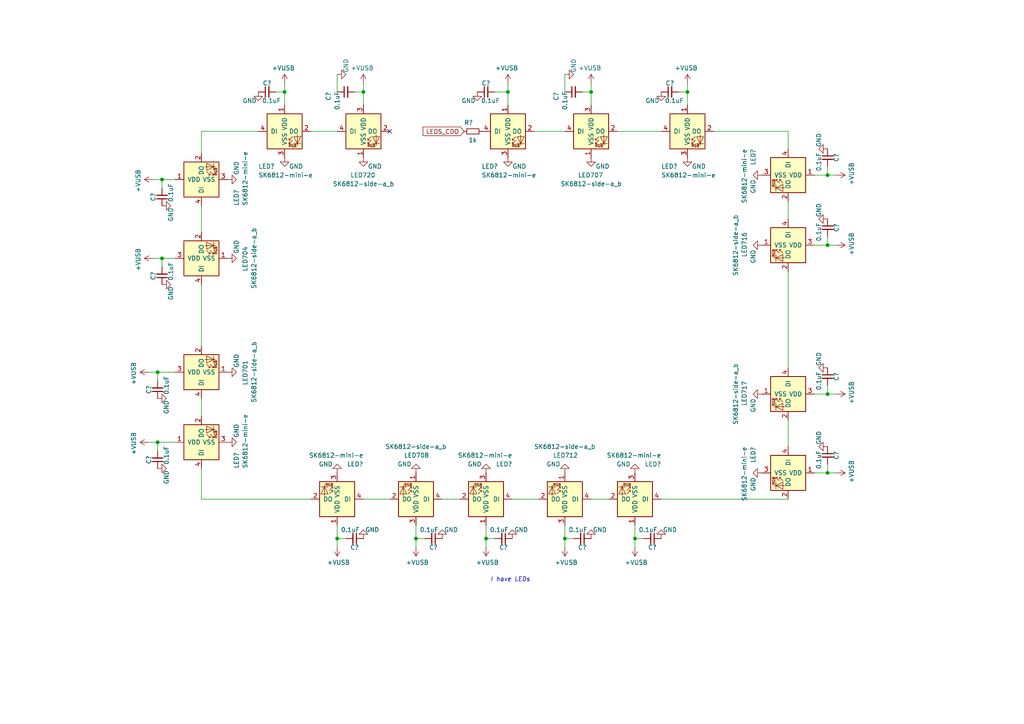
<source format=kicad_sch>
(kicad_sch (version 20250114) (generator "eeschema") (generator_version "9.0")
  (paper "A4")
  (lib_symbols
    (symbol "Device:C_Small" (pin_numbers (hide yes)) (pin_names (offset 0.254) (hide yes))
      (property "Reference" "C" (at 0.254 1.778 0))
      (property "Value" "C_Small" (at 0.254 -2.032 0))
      (symbol "C_Small_0_1"
        (polyline (pts (xy -1.524 0.508) (xy 1.524 0.508)) (stroke (width 0.3048)))
        (polyline (pts (xy -1.524 -0.508) (xy 1.524 -0.508)) (stroke (width 0.3302)))
      )
      (symbol "C_Small_1_1"
        (pin passive line (at 0 2.54 270) (length 2.032) (name "~") (number "1"))
        (pin passive line (at 0 -2.54 90) (length 2.032) (name "~") (number "2"))
      )
    )
    (symbol "Device:R_Small" (pin_numbers (hide yes)) (pin_names (offset 0.254) (hide yes))
      (property "Reference" "R" (at 0.762 0.508 0))
      (property "Value" "R_Small" (at 0.762 -1.016 0))
      (symbol "R_Small_0_1"
        (rectangle (start -0.762 1.778) (end 0.762 -1.778) (stroke (width 0.2032)))
      )
      (symbol "R_Small_1_1"
        (pin passive line (at 0 2.54 270) (length 0.762) (name "~") (number "1"))
        (pin passive line (at 0 -2.54 90) (length 0.762) (name "~") (number "2"))
      )
    )
    (symbol "dp-LED:SK6812-mini-e" (pin_names (offset 1.016))
      (property "Reference" "LED" (at 11.43 -5.08 0))
      (property "Value" "SK6812-mini-e" (at 11.43 -7.62 0))
      (symbol "SK6812-mini-e_1_1"
        (polyline (pts (xy 1.27 -2.54) (xy 1.778 -2.54)))
        (polyline (pts (xy 1.27 -3.556) (xy 1.778 -3.556)))
        (polyline (pts (xy 2.286 -1.524) (xy 1.27 -2.54) (xy 1.27 -2.032)))
        (polyline (pts (xy 2.286 -2.54) (xy 1.27 -3.556) (xy 1.27 -3.048)))
        (polyline (pts (xy 3.683 -1.016) (xy 3.683 -3.556) (xy 3.683 -4.064)))
        (polyline (pts (xy 4.699 -1.524) (xy 2.667 -1.524) (xy 3.683 -3.556) (xy 4.699 -1.524)))
        (polyline (pts (xy 4.699 -3.556) (xy 2.667 -3.556)))
        (rectangle (start 5.08 5.08) (end -5.08 -5.08) (stroke (width 0.254)) (fill (type background)))
        (text "RGB" (at 2.286 -4.191 0) (effects (font (size 0.762 0.762))))
        (pin input line (at -7.62 0 0) (length 2.54) (name "DI") (number "4"))
        (pin power_in line (at 0 7.62 270) (length 2.54) (name "VDD") (number "1"))
        (pin power_in line (at 0 -7.62 90) (length 2.54) (name "VSS") (number "3"))
        (pin output line (at 7.62 0 180) (length 2.54) (name "DO") (number "2"))
      )
    )
    (symbol "dp-LED:SK6812-side-a_b" (pin_names (offset 1.016))
      (property "Reference" "LED" (at 12.7 -5.08 0))
      (property "Value" "SK6812-side-a_b" (at 12.7 -7.62 0))
      (symbol "SK6812-side-a_b_1_1"
        (polyline (pts (xy 1.27 -2.54) (xy 1.778 -2.54)))
        (polyline (pts (xy 1.27 -3.556) (xy 1.778 -3.556)))
        (polyline (pts (xy 2.286 -1.524) (xy 1.27 -2.54) (xy 1.27 -2.032)))
        (polyline (pts (xy 2.286 -2.54) (xy 1.27 -3.556) (xy 1.27 -3.048)))
        (polyline (pts (xy 3.683 -1.016) (xy 3.683 -3.556) (xy 3.683 -4.064)))
        (polyline (pts (xy 4.699 -1.524) (xy 2.667 -1.524) (xy 3.683 -3.556) (xy 4.699 -1.524)))
        (polyline (pts (xy 4.699 -3.556) (xy 2.667 -3.556)))
        (rectangle (start 5.08 5.08) (end -5.08 -5.08) (stroke (width 0.254)) (fill (type background)))
        (text "RGB" (at 2.286 -4.191 0) (effects (font (size 0.762 0.762))))
        (pin input line (at -7.62 0 0) (length 2.54) (name "DI") (number "4"))
        (pin power_in line (at 0 7.62 270) (length 2.54) (name "VDD") (number "3"))
        (pin power_in line (at 0 -7.62 90) (length 2.54) (name "VSS") (number "1"))
        (pin output line (at 7.62 0 180) (length 2.54) (name "DO") (number "2"))
      )
    )
    (symbol "dp-power:+VUSB" (power) (pin_names (offset 1.016))
      (property "Value" "+VUSB" (at 0 5.08 0))
      (symbol "+VUSB_0_1"
        (polyline (pts (xy 0 2.54) (xy -0.762 1.27)))
        (polyline (pts (xy 0 2.54) (xy 0.762 1.27)))
        (polyline (pts (xy 0 0) (xy 0 2.54)))
      )
      (symbol "+VUSB_1_1"
        (pin power_in line (at 0 0 90) (length 0) (hide yes) (name "+VUSB") (number "1"))
      )
    )
    (symbol "power:GND" (power) (pin_names (offset 0))
      (property "Value" "GND" (at 0 -3.81 0))
      (symbol "GND_0_1"
        (polyline (pts (xy 0 0) (xy 0 -1.27) (xy 1.27 -1.27) (xy 0 -2.54) (xy -1.27 -1.27) (xy 0 -1.27)))
      )
      (symbol "GND_1_1"
        (pin power_in line (at 0 0 270) (length 0) (hide yes) (name "GND") (number "1"))
      )
    )
  )
  (text "I have LEDs" (at 142.24 168.91 0) (effects (font (size 1.27 1.27) (italic yes)) (justify left bottom)))
  (junction (at 199.39 26.67))
  (junction (at 140.97 156.21))
  (junction (at 171.45 26.67))
  (junction (at 147.32 26.67))
  (junction (at 240.03 137.16))
  (junction (at 105.41 26.67))
  (junction (at 184.15 156.21))
  (junction (at 82.55 26.67))
  (junction (at 240.03 114.3))
  (junction (at 45.72 107.95))
  (junction (at 46.99 74.93))
  (junction (at 46.99 52.07))
  (junction (at 97.79 156.21))
  (junction (at 240.03 50.8))
  (junction (at 120.65 156.21))
  (junction (at 163.83 156.21))
  (junction (at 45.72 128.27))
  (junction (at 240.03 71.12))
  (no_connect (at 113.03 38.1))
  (wire (pts (xy 240.03 48.26) (xy 240.03 50.8)))
  (wire (pts (xy 228.6 129.54) (xy 228.6 121.92)))
  (wire (pts (xy 240.03 71.12) (xy 236.22 71.12)))
  (wire (pts (xy 148.59 144.78) (xy 156.21 144.78)))
  (wire (pts (xy 196.85 26.67) (xy 199.39 26.67)))
  (wire (pts (xy 240.03 111.76) (xy 240.03 114.3)))
  (wire (pts (xy 58.42 82.55) (xy 58.42 100.33)))
  (wire (pts (xy 199.39 24.13) (xy 199.39 26.67)))
  (wire (pts (xy 179.07 38.1) (xy 191.77 38.1)))
  (wire (pts (xy 58.42 44.45) (xy 58.42 38.1)))
  (wire (pts (xy 140.97 156.21) (xy 140.97 152.4)))
  (wire (pts (xy 46.99 77.47) (xy 46.99 74.93)))
  (wire (pts (xy 163.83 156.21) (xy 163.83 152.4)))
  (wire (pts (xy 184.15 158.75) (xy 184.15 156.21)))
  (wire (pts (xy 154.94 38.1) (xy 163.83 38.1)))
  (wire (pts (xy 45.72 110.49) (xy 45.72 107.95)))
  (wire (pts (xy 228.6 58.42) (xy 228.6 63.5)))
  (wire (pts (xy 45.72 107.95) (xy 50.8 107.95)))
  (wire (pts (xy 143.51 156.21) (xy 140.97 156.21)))
  (wire (pts (xy 228.6 78.74) (xy 228.6 106.68)))
  (wire (pts (xy 147.32 26.67) (xy 147.32 30.48)))
  (wire (pts (xy 133.35 144.78) (xy 128.27 144.78)))
  (wire (pts (xy 105.41 24.13) (xy 105.41 26.67)))
  (wire (pts (xy 58.42 59.69) (xy 58.42 67.31)))
  (wire (pts (xy 43.18 107.95) (xy 45.72 107.95)))
  (wire (pts (xy 140.97 158.75) (xy 140.97 156.21)))
  (wire (pts (xy 46.99 52.07) (xy 50.8 52.07)))
  (wire (pts (xy 123.19 156.21) (xy 120.65 156.21)))
  (wire (pts (xy 97.79 156.21) (xy 97.79 152.4)))
  (wire (pts (xy 97.79 158.75) (xy 97.79 156.21)))
  (wire (pts (xy 45.72 130.81) (xy 45.72 128.27)))
  (wire (pts (xy 120.65 156.21) (xy 120.65 152.4)))
  (wire (pts (xy 97.79 26.67) (xy 97.79 21.59)))
  (wire (pts (xy 80.01 26.67) (xy 82.55 26.67)))
  (wire (pts (xy 147.32 24.13) (xy 147.32 26.67)))
  (wire (pts (xy 168.91 26.67) (xy 171.45 26.67)))
  (wire (pts (xy 242.57 114.3) (xy 240.03 114.3)))
  (wire (pts (xy 186.69 156.21) (xy 184.15 156.21)))
  (wire (pts (xy 105.41 26.67) (xy 105.41 30.48)))
  (wire (pts (xy 58.42 135.89) (xy 58.42 144.78)))
  (wire (pts (xy 120.65 158.75) (xy 120.65 156.21)))
  (wire (pts (xy 242.57 71.12) (xy 240.03 71.12)))
  (wire (pts (xy 44.45 52.07) (xy 46.99 52.07)))
  (wire (pts (xy 100.33 156.21) (xy 97.79 156.21)))
  (wire (pts (xy 228.6 43.18) (xy 228.6 38.1)))
  (wire (pts (xy 171.45 24.13) (xy 171.45 26.67)))
  (wire (pts (xy 102.87 26.67) (xy 105.41 26.67)))
  (wire (pts (xy 44.45 74.93) (xy 46.99 74.93)))
  (wire (pts (xy 240.03 68.58) (xy 240.03 71.12)))
  (wire (pts (xy 176.53 144.78) (xy 171.45 144.78)))
  (wire (pts (xy 82.55 24.13) (xy 82.55 26.67)))
  (wire (pts (xy 240.03 137.16) (xy 236.22 137.16)))
  (wire (pts (xy 184.15 156.21) (xy 184.15 152.4)))
  (wire (pts (xy 163.83 26.67) (xy 163.83 21.59)))
  (wire (pts (xy 46.99 54.61) (xy 46.99 52.07)))
  (wire (pts (xy 171.45 26.67) (xy 171.45 30.48)))
  (wire (pts (xy 90.17 144.78) (xy 58.42 144.78)))
  (wire (pts (xy 166.37 156.21) (xy 163.83 156.21)))
  (wire (pts (xy 199.39 26.67) (xy 199.39 30.48)))
  (wire (pts (xy 58.42 120.65) (xy 58.42 115.57)))
  (wire (pts (xy 43.18 128.27) (xy 45.72 128.27)))
  (wire (pts (xy 207.01 38.1) (xy 228.6 38.1)))
  (wire (pts (xy 46.99 74.93) (xy 50.8 74.93)))
  (wire (pts (xy 58.42 38.1) (xy 74.93 38.1)))
  (wire (pts (xy 242.57 137.16) (xy 240.03 137.16)))
  (wire (pts (xy 191.77 144.78) (xy 228.6 144.78)))
  (wire (pts (xy 45.72 128.27) (xy 50.8 128.27)))
  (wire (pts (xy 82.55 26.67) (xy 82.55 30.48)))
  (wire (pts (xy 105.41 144.78) (xy 113.03 144.78)))
  (wire (pts (xy 163.83 158.75) (xy 163.83 156.21)))
  (wire (pts (xy 143.51 26.67) (xy 147.32 26.67)))
  (wire (pts (xy 240.03 114.3) (xy 236.22 114.3)))
  (wire (pts (xy 90.17 38.1) (xy 97.79 38.1)))
  (wire (pts (xy 240.03 50.8) (xy 236.22 50.8)))
  (wire (pts (xy 242.57 50.8) (xy 240.03 50.8)))
  (wire (pts (xy 240.03 134.62) (xy 240.03 137.16)))
  (global_label "LEDS_CDO" (shape input) (at 134.62 38.1 180) (property "Intersheetrefs" "${INTERSHEET_REFS}" (effects (hide yes))))
  (symbol (lib_id "dp-power:+VUSB") (at 44.45 74.93 90) (unit 1)
    (property "Reference" "#PWR0704" (effects (hide yes)))
    (property "Value" "+VUSB" (at 40.0558 75.311 0))
    (instances (project "REV0" (path "" (reference "#PWR?") (unit 1)) (path "" (reference "#PWR0704") (unit 1))))
  )
  (symbol (lib_id "power:GND") (at 46.99 82.55 90) (unit 1)
    (property "Reference" "#PWR0708" (effects (hide yes)))
    (property "Value" "GND" (at 49.53 85.09 0))
    (instances (project "REV0" (path "" (reference "#PWR?") (unit 1)) (path "" (reference "#PWR0708") (unit 1))))
  )
  (symbol (lib_id "Device:C_Small") (at 46.99 80.01 180) (unit 1)
    (property "Reference" "C704" (at 44.45 80.01 90))
    (property "Value" "0.1uF" (at 49.53 78.74 90))
    (property "Footprint" "Capacitor_SMD:C_0402_1005Metric" (effects (hide yes)))
    (property "RMB" "0.00628" (effects (hide yes)))
    (property "Supplier" "https://item.szlcsc.com/1877.html" (effects (hide yes)))
    (property "szlcsc_partnumber" "C1525" (effects (hide yes)))
    (property "szlcsc_url" "https://item.szlcsc.com/1877.html?fromZone=s_s__%25220.1uF%25200402%2522&spm=sc.gb.xh2.zy.n&lcsc_vid=RlENUlJWE1QKBlBWRAVaUFNTT1leBQZXRFNcVAVQQVAxVlNSRFRfXlBUQ1ZeVzsOAxUeFF5JWAgaAglIBBsCBBcFWQIBCks%3D" (effects (hide yes)))
    (instances (project "REV0" (path "" (reference "C?") (unit 1)) (path "" (reference "C704") (unit 1))))
  )
  (symbol (lib_id "power:GND") (at 66.04 74.93 90) (unit 1)
    (property "Reference" "#PWR0712" (effects (hide yes)))
    (property "Value" "GND" (at 68.58 73.66 0) (effects (justify left)))
    (instances (project "REV0" (path "" (reference "#PWR?") (unit 1)) (path "" (reference "#PWR0712") (unit 1))))
  )
  (symbol (lib_id "dp-power:+VUSB") (at 44.45 52.07 90) (unit 1)
    (property "Reference" "#PWR0703" (effects (hide yes)))
    (property "Value" "+VUSB" (at 40.0558 52.451 0))
    (instances (project "REV0" (path "" (reference "#PWR?") (unit 1)) (path "" (reference "#PWR0703") (unit 1))))
  )
  (symbol (lib_id "power:GND") (at 46.99 59.69 90) (unit 1)
    (property "Reference" "#PWR0707" (effects (hide yes)))
    (property "Value" "GND" (at 49.53 62.23 0))
    (instances (project "REV0" (path "" (reference "#PWR?") (unit 1)) (path "" (reference "#PWR0707") (unit 1))))
  )
  (symbol (lib_id "Device:C_Small") (at 46.99 57.15 180) (unit 1)
    (property "Reference" "C703" (at 44.45 57.15 90))
    (property "Value" "0.1uF" (at 49.53 55.88 90))
    (property "Footprint" "Capacitor_SMD:C_0402_1005Metric" (effects (hide yes)))
    (property "RMB" "0.00628" (effects (hide yes)))
    (property "Supplier" "https://item.szlcsc.com/1877.html" (effects (hide yes)))
    (property "szlcsc_partnumber" "C1525" (effects (hide yes)))
    (property "szlcsc_url" "https://item.szlcsc.com/1877.html?fromZone=s_s__%25220.1uF%25200402%2522&spm=sc.gb.xh2.zy.n&lcsc_vid=RlENUlJWE1QKBlBWRAVaUFNTT1leBQZXRFNcVAVQQVAxVlNSRFRfXlBUQ1ZeVzsOAxUeFF5JWAgaAglIBBsCBBcFWQIBCks%3D" (effects (hide yes)))
    (instances (project "REV0" (path "" (reference "C?") (unit 1)) (path "" (reference "C703") (unit 1))))
  )
  (symbol (lib_id "power:GND") (at 66.04 52.07 90) (unit 1)
    (property "Reference" "#PWR0711" (effects (hide yes)))
    (property "Value" "GND" (at 68.58 50.8 0) (effects (justify left)))
    (instances (project "REV0" (path "" (reference "#PWR?") (unit 1)) (path "" (reference "#PWR0711") (unit 1))))
  )
  (symbol (lib_id "dp-LED:SK6812-mini-e") (at 58.42 52.07 90) (unit 1)
    (property "Reference" "LED703" (at 68.58 59.69 0) (effects (justify left)))
    (property "Value" "SK6812-mini-e" (at 71.12 59.69 0) (effects (justify left)))
    (property "Footprint" "dp-LED:SK6812-MINI-E" (effects (hide yes)))
    (property "RMB" "0.5296" (effects (hide yes)))
    (property "Supplier" "https://item.szlcsc.com/542109.html" (effects (hide yes)))
    (instances (project "REV0" (path "" (reference "LED?") (unit 1)) (path "" (reference "LED?") (unit 1)) (path "" (reference "LED703") (unit 1))))
  )
  (symbol (lib_id "dp-power:+VUSB") (at 82.55 24.13 0) (unit 1)
    (property "Reference" "#PWR0714" (effects (hide yes)))
    (property "Value" "+VUSB" (at 82.169 19.7358 0))
    (instances (project "REV0" (path "" (reference "#PWR?") (unit 1)) (path "" (reference "#PWR0714") (unit 1))))
  )
  (symbol (lib_id "power:GND") (at 74.93 26.67 0) (unit 1)
    (property "Reference" "#PWR0713" (effects (hide yes)))
    (property "Value" "GND" (at 72.39 29.21 0))
    (instances (project "REV0" (path "" (reference "#PWR?") (unit 1)) (path "" (reference "#PWR0713") (unit 1))))
  )
  (symbol (lib_id "power:GND") (at 82.55 45.72 0) (unit 1)
    (property "Reference" "#PWR0715" (effects (hide yes)))
    (property "Value" "GND" (at 83.82 48.26 0) (effects (justify left)))
    (instances (project "REV0" (path "" (reference "#PWR?") (unit 1)) (path "" (reference "#PWR0715") (unit 1))))
  )
  (symbol (lib_id "dp-LED:SK6812-mini-e") (at 82.55 38.1 0) (unit 1)
    (property "Reference" "LED705" (at 74.93 48.26 0) (effects (justify left)))
    (property "Value" "SK6812-mini-e" (at 74.93 50.8 0) (effects (justify left)))
    (property "Footprint" "dp-LED:SK6812-MINI-E" (effects (hide yes)))
    (property "RMB" "0.5296" (effects (hide yes)))
    (property "Supplier" "https://item.szlcsc.com/542109.html" (effects (hide yes)))
    (instances (project "REV0" (path "" (reference "LED?") (unit 1)) (path "" (reference "LED?") (unit 1)) (path "" (reference "LED705") (unit 1))))
  )
  (symbol (lib_id "Device:C_Small") (at 77.47 26.67 90) (unit 1)
    (property "Reference" "C705" (at 77.47 24.13 90))
    (property "Value" "0.1uF" (at 78.74 29.21 90))
    (property "Footprint" "Capacitor_SMD:C_0402_1005Metric" (effects (hide yes)))
    (property "RMB" "0.00628" (effects (hide yes)))
    (property "Supplier" "https://item.szlcsc.com/1877.html" (effects (hide yes)))
    (property "szlcsc_partnumber" "C1525" (effects (hide yes)))
    (property "szlcsc_url" "https://item.szlcsc.com/1877.html?fromZone=s_s__%25220.1uF%25200402%2522&spm=sc.gb.xh2.zy.n&lcsc_vid=RlENUlJWE1QKBlBWRAVaUFNTT1leBQZXRFNcVAVQQVAxVlNSRFRfXlBUQ1ZeVzsOAxUeFF5JWAgaAglIBBsCBBcFWQIBCks%3D" (effects (hide yes)))
    (instances (project "REV0" (path "" (reference "C?") (unit 1)) (path "" (reference "C705") (unit 1))))
  )
  (symbol (lib_id "dp-power:+VUSB") (at 199.39 24.13 0) (unit 1)
    (property "Reference" "#PWR0738" (effects (hide yes)))
    (property "Value" "+VUSB" (at 199.009 19.7358 0))
    (instances (project "REV0" (path "" (reference "#PWR?") (unit 1)) (path "" (reference "#PWR0738") (unit 1))))
  )
  (symbol (lib_id "power:GND") (at 191.77 26.67 0) (unit 1)
    (property "Reference" "#PWR0737" (effects (hide yes)))
    (property "Value" "GND" (at 189.23 29.21 0))
    (instances (project "REV0" (path "" (reference "#PWR?") (unit 1)) (path "" (reference "#PWR0737") (unit 1))))
  )
  (symbol (lib_id "power:GND") (at 199.39 45.72 0) (unit 1)
    (property "Reference" "#PWR0739" (effects (hide yes)))
    (property "Value" "GND" (at 200.66 48.26 0) (effects (justify left)))
    (instances (project "REV0" (path "" (reference "#PWR?") (unit 1)) (path "" (reference "#PWR0739") (unit 1))))
  )
  (symbol (lib_id "dp-LED:SK6812-mini-e") (at 199.39 38.1 0) (unit 1)
    (property "Reference" "LED713" (at 191.77 48.26 0) (effects (justify left)))
    (property "Value" "SK6812-mini-e" (at 191.77 50.8 0) (effects (justify left)))
    (property "Footprint" "dp-LED:SK6812-MINI-E" (effects (hide yes)))
    (property "RMB" "0.5296" (effects (hide yes)))
    (property "Supplier" "https://item.szlcsc.com/542109.html" (effects (hide yes)))
    (instances (project "REV0" (path "" (reference "LED?") (unit 1)) (path "" (reference "LED?") (unit 1)) (path "" (reference "LED713") (unit 1))))
  )
  (symbol (lib_id "Device:C_Small") (at 194.31 26.67 90) (unit 1)
    (property "Reference" "C713" (at 194.31 24.13 90))
    (property "Value" "0.1uF" (at 195.58 29.21 90))
    (property "Footprint" "Capacitor_SMD:C_0402_1005Metric" (effects (hide yes)))
    (property "RMB" "0.00628" (effects (hide yes)))
    (property "Supplier" "https://item.szlcsc.com/1877.html" (effects (hide yes)))
    (property "szlcsc_partnumber" "C1525" (effects (hide yes)))
    (property "szlcsc_url" "https://item.szlcsc.com/1877.html?fromZone=s_s__%25220.1uF%25200402%2522&spm=sc.gb.xh2.zy.n&lcsc_vid=RlENUlJWE1QKBlBWRAVaUFNTT1leBQZXRFNcVAVQQVAxVlNSRFRfXlBUQ1ZeVzsOAxUeFF5JWAgaAglIBBsCBBcFWQIBCks%3D" (effects (hide yes)))
    (instances (project "REV0" (path "" (reference "C?") (unit 1)) (path "" (reference "C713") (unit 1))))
  )
  (symbol (lib_id "dp-power:+VUSB") (at 242.57 71.12 270) (unit 1)
    (property "Reference" "#PWR0752" (effects (hide yes)))
    (property "Value" "+VUSB" (at 246.9642 70.739 0))
    (instances (project "REV0" (path "" (reference "#PWR?") (unit 1)) (path "" (reference "#PWR0752") (unit 1))))
  )
  (symbol (lib_id "power:GND") (at 240.03 63.5 270) (unit 1)
    (property "Reference" "#PWR0748" (effects (hide yes)))
    (property "Value" "GND" (at 237.49 60.96 0))
    (instances (project "REV0" (path "" (reference "#PWR?") (unit 1)) (path "" (reference "#PWR0748") (unit 1))))
  )
  (symbol (lib_id "Device:C_Small") (at 240.03 66.04 0) (unit 1)
    (property "Reference" "C716" (at 242.57 66.04 90))
    (property "Value" "0.1uF" (at 237.49 67.31 90))
    (property "Footprint" "Capacitor_SMD:C_0402_1005Metric" (effects (hide yes)))
    (property "RMB" "0.00628" (effects (hide yes)))
    (property "Supplier" "https://item.szlcsc.com/1877.html" (effects (hide yes)))
    (property "szlcsc_partnumber" "C1525" (effects (hide yes)))
    (property "szlcsc_url" "https://item.szlcsc.com/1877.html?fromZone=s_s__%25220.1uF%25200402%2522&spm=sc.gb.xh2.zy.n&lcsc_vid=RlENUlJWE1QKBlBWRAVaUFNTT1leBQZXRFNcVAVQQVAxVlNSRFRfXlBUQ1ZeVzsOAxUeFF5JWAgaAglIBBsCBBcFWQIBCks%3D" (effects (hide yes)))
    (instances (project "REV0" (path "" (reference "C?") (unit 1)) (path "" (reference "C716") (unit 1))))
  )
  (symbol (lib_id "power:GND") (at 220.98 71.12 270) (unit 1)
    (property "Reference" "#PWR0744" (effects (hide yes)))
    (property "Value" "GND" (at 218.44 72.39 0) (effects (justify left)))
    (instances (project "REV0" (path "" (reference "#PWR?") (unit 1)) (path "" (reference "#PWR0744") (unit 1))))
  )
  (symbol (lib_id "dp-power:+VUSB") (at 242.57 50.8 270) (unit 1)
    (property "Reference" "#PWR0751" (effects (hide yes)))
    (property "Value" "+VUSB" (at 246.9642 50.419 0))
    (instances (project "REV0" (path "" (reference "#PWR?") (unit 1)) (path "" (reference "#PWR0751") (unit 1))))
  )
  (symbol (lib_id "power:GND") (at 240.03 43.18 270) (unit 1)
    (property "Reference" "#PWR0747" (effects (hide yes)))
    (property "Value" "GND" (at 237.49 40.64 0))
    (instances (project "REV0" (path "" (reference "#PWR?") (unit 1)) (path "" (reference "#PWR0747") (unit 1))))
  )
  (symbol (lib_id "power:GND") (at 220.98 50.8 270) (unit 1)
    (property "Reference" "#PWR0743" (effects (hide yes)))
    (property "Value" "GND" (at 218.44 52.07 0) (effects (justify left)))
    (instances (project "REV0" (path "" (reference "#PWR?") (unit 1)) (path "" (reference "#PWR0743") (unit 1))))
  )
  (symbol (lib_id "dp-LED:SK6812-mini-e") (at 228.6 50.8 270) (unit 1)
    (property "Reference" "LED715" (at 218.44 43.18 0) (effects (justify left)))
    (property "Value" "SK6812-mini-e" (at 215.9 43.18 0) (effects (justify left)))
    (property "Footprint" "dp-LED:SK6812-MINI-E" (effects (hide yes)))
    (property "RMB" "0.5296" (effects (hide yes)))
    (property "Supplier" "https://item.szlcsc.com/542109.html" (effects (hide yes)))
    (instances (project "REV0" (path "" (reference "LED?") (unit 1)) (path "" (reference "LED?") (unit 1)) (path "" (reference "LED715") (unit 1))))
  )
  (symbol (lib_id "Device:C_Small") (at 240.03 45.72 0) (unit 1)
    (property "Reference" "C715" (at 242.57 45.72 90))
    (property "Value" "0.1uF" (at 237.49 46.99 90))
    (property "Footprint" "Capacitor_SMD:C_0402_1005Metric" (effects (hide yes)))
    (property "RMB" "0.00628" (effects (hide yes)))
    (property "Supplier" "https://item.szlcsc.com/1877.html" (effects (hide yes)))
    (property "szlcsc_partnumber" "C1525" (effects (hide yes)))
    (property "szlcsc_url" "https://item.szlcsc.com/1877.html?fromZone=s_s__%25220.1uF%25200402%2522&spm=sc.gb.xh2.zy.n&lcsc_vid=RlENUlJWE1QKBlBWRAVaUFNTT1leBQZXRFNcVAVQQVAxVlNSRFRfXlBUQ1ZeVzsOAxUeFF5JWAgaAglIBBsCBBcFWQIBCks%3D" (effects (hide yes)))
    (instances (project "REV0" (path "" (reference "C?") (unit 1)) (path "" (reference "C715") (unit 1))))
  )
  (symbol (lib_id "dp-power:+VUSB") (at 242.57 114.3 270) (unit 1)
    (property "Reference" "#PWR0753" (effects (hide yes)))
    (property "Value" "+VUSB" (at 246.9642 113.919 0))
    (instances (project "REV0" (path "" (reference "#PWR?") (unit 1)) (path "" (reference "#PWR0753") (unit 1))))
  )
  (symbol (lib_id "power:GND") (at 240.03 106.68 270) (unit 1)
    (property "Reference" "#PWR0749" (effects (hide yes)))
    (property "Value" "GND" (at 237.49 104.14 0))
    (instances (project "REV0" (path "" (reference "#PWR?") (unit 1)) (path "" (reference "#PWR0749") (unit 1))))
  )
  (symbol (lib_id "Device:C_Small") (at 240.03 109.22 0) (unit 1)
    (property "Reference" "C717" (at 242.57 109.22 90))
    (property "Value" "0.1uF" (at 237.49 110.49 90))
    (property "Footprint" "Capacitor_SMD:C_0402_1005Metric" (effects (hide yes)))
    (property "RMB" "0.00628" (effects (hide yes)))
    (property "Supplier" "https://item.szlcsc.com/1877.html" (effects (hide yes)))
    (property "szlcsc_partnumber" "C1525" (effects (hide yes)))
    (property "szlcsc_url" "https://item.szlcsc.com/1877.html?fromZone=s_s__%25220.1uF%25200402%2522&spm=sc.gb.xh2.zy.n&lcsc_vid=RlENUlJWE1QKBlBWRAVaUFNTT1leBQZXRFNcVAVQQVAxVlNSRFRfXlBUQ1ZeVzsOAxUeFF5JWAgaAglIBBsCBBcFWQIBCks%3D" (effects (hide yes)))
    (instances (project "REV0" (path "" (reference "C?") (unit 1)) (path "" (reference "C717") (unit 1))))
  )
  (symbol (lib_id "power:GND") (at 220.98 114.3 270) (unit 1)
    (property "Reference" "#PWR0745" (effects (hide yes)))
    (property "Value" "GND" (at 218.44 115.57 0) (effects (justify left)))
    (instances (project "REV0" (path "" (reference "#PWR?") (unit 1)) (path "" (reference "#PWR0745") (unit 1))))
  )
  (symbol (lib_id "dp-power:+VUSB") (at 242.57 137.16 270) (unit 1)
    (property "Reference" "#PWR0754" (effects (hide yes)))
    (property "Value" "+VUSB" (at 246.9642 136.779 0))
    (instances (project "REV0" (path "" (reference "#PWR?") (unit 1)) (path "" (reference "#PWR0754") (unit 1))))
  )
  (symbol (lib_id "power:GND") (at 240.03 129.54 270) (unit 1)
    (property "Reference" "#PWR0750" (effects (hide yes)))
    (property "Value" "GND" (at 237.49 127 0))
    (instances (project "REV0" (path "" (reference "#PWR?") (unit 1)) (path "" (reference "#PWR0750") (unit 1))))
  )
  (symbol (lib_id "power:GND") (at 220.98 137.16 270) (unit 1)
    (property "Reference" "#PWR0746" (effects (hide yes)))
    (property "Value" "GND" (at 218.44 138.43 0) (effects (justify left)))
    (instances (project "REV0" (path "" (reference "#PWR?") (unit 1)) (path "" (reference "#PWR0746") (unit 1))))
  )
  (symbol (lib_id "dp-LED:SK6812-mini-e") (at 228.6 137.16 270) (unit 1)
    (property "Reference" "LED718" (at 218.44 129.54 0) (effects (justify left)))
    (property "Value" "SK6812-mini-e" (at 215.9 129.54 0) (effects (justify left)))
    (property "Footprint" "dp-LED:SK6812-MINI-E" (effects (hide yes)))
    (property "RMB" "0.5296" (effects (hide yes)))
    (property "Supplier" "https://item.szlcsc.com/542109.html" (effects (hide yes)))
    (instances (project "REV0" (path "" (reference "LED?") (unit 1)) (path "" (reference "LED?") (unit 1)) (path "" (reference "LED718") (unit 1))))
  )
  (symbol (lib_id "Device:C_Small") (at 240.03 132.08 0) (unit 1)
    (property "Reference" "C718" (at 242.57 132.08 90))
    (property "Value" "0.1uF" (at 237.49 133.35 90))
    (property "Footprint" "Capacitor_SMD:C_0402_1005Metric" (effects (hide yes)))
    (property "RMB" "0.00628" (effects (hide yes)))
    (property "Supplier" "https://item.szlcsc.com/1877.html" (effects (hide yes)))
    (property "szlcsc_partnumber" "C1525" (effects (hide yes)))
    (property "szlcsc_url" "https://item.szlcsc.com/1877.html?fromZone=s_s__%25220.1uF%25200402%2522&spm=sc.gb.xh2.zy.n&lcsc_vid=RlENUlJWE1QKBlBWRAVaUFNTT1leBQZXRFNcVAVQQVAxVlNSRFRfXlBUQ1ZeVzsOAxUeFF5JWAgaAglIBBsCBBcFWQIBCks%3D" (effects (hide yes)))
    (instances (project "REV0" (path "" (reference "C?") (unit 1)) (path "" (reference "C718") (unit 1))))
  )
  (symbol (lib_id "dp-power:+VUSB") (at 163.83 158.75 180) (unit 1)
    (property "Reference" "#PWR0735" (effects (hide yes)))
    (property "Value" "+VUSB" (at 164.211 163.1442 0))
    (instances (project "REV0" (path "" (reference "#PWR?") (unit 1)) (path "" (reference "#PWR0735") (unit 1))))
  )
  (symbol (lib_id "power:GND") (at 171.45 156.21 180) (unit 1)
    (property "Reference" "#PWR0736" (effects (hide yes)))
    (property "Value" "GND" (at 173.99 153.67 0))
    (instances (project "REV0" (path "" (reference "#PWR?") (unit 1)) (path "" (reference "#PWR0736") (unit 1))))
  )
  (symbol (lib_id "Device:C_Small") (at 168.91 156.21 270) (unit 1)
    (property "Reference" "C712" (at 168.91 158.75 90))
    (property "Value" "0.1uF" (at 167.64 153.67 90))
    (property "Footprint" "Capacitor_SMD:C_0402_1005Metric" (effects (hide yes)))
    (property "RMB" "0.00628" (effects (hide yes)))
    (property "Supplier" "https://item.szlcsc.com/1877.html" (effects (hide yes)))
    (property "szlcsc_partnumber" "C1525" (effects (hide yes)))
    (property "szlcsc_url" "https://item.szlcsc.com/1877.html?fromZone=s_s__%25220.1uF%25200402%2522&spm=sc.gb.xh2.zy.n&lcsc_vid=RlENUlJWE1QKBlBWRAVaUFNTT1leBQZXRFNcVAVQQVAxVlNSRFRfXlBUQ1ZeVzsOAxUeFF5JWAgaAglIBBsCBBcFWQIBCks%3D" (effects (hide yes)))
    (instances (project "REV0" (path "" (reference "C?") (unit 1)) (path "" (reference "C712") (unit 1))))
  )
  (symbol (lib_id "power:GND") (at 163.83 137.16 180) (unit 1)
    (property "Reference" "#PWR0734" (effects (hide yes)))
    (property "Value" "GND" (at 162.56 134.62 0) (effects (justify left)))
    (instances (project "REV0" (path "" (reference "#PWR?") (unit 1)) (path "" (reference "#PWR0734") (unit 1))))
  )
  (symbol (lib_id "dp-power:+VUSB") (at 184.15 158.75 180) (unit 1)
    (property "Reference" "#PWR0741" (effects (hide yes)))
    (property "Value" "+VUSB" (at 184.531 163.1442 0))
    (instances (project "REV0" (path "" (reference "#PWR?") (unit 1)) (path "" (reference "#PWR0741") (unit 1))))
  )
  (symbol (lib_id "power:GND") (at 191.77 156.21 180) (unit 1)
    (property "Reference" "#PWR0742" (effects (hide yes)))
    (property "Value" "GND" (at 194.31 153.67 0))
    (instances (project "REV0" (path "" (reference "#PWR?") (unit 1)) (path "" (reference "#PWR0742") (unit 1))))
  )
  (symbol (lib_id "power:GND") (at 184.15 137.16 180) (unit 1)
    (property "Reference" "#PWR0740" (effects (hide yes)))
    (property "Value" "GND" (at 182.88 134.62 0) (effects (justify left)))
    (instances (project "REV0" (path "" (reference "#PWR?") (unit 1)) (path "" (reference "#PWR0740") (unit 1))))
  )
  (symbol (lib_id "dp-LED:SK6812-mini-e") (at 184.15 144.78 180) (unit 1)
    (property "Reference" "LED714" (at 191.77 134.62 0) (effects (justify left)))
    (property "Value" "SK6812-mini-e" (at 191.77 132.08 0) (effects (justify left)))
    (property "Footprint" "dp-LED:SK6812-MINI-E" (effects (hide yes)))
    (property "RMB" "0.5296" (effects (hide yes)))
    (property "Supplier" "https://item.szlcsc.com/542109.html" (effects (hide yes)))
    (instances (project "REV0" (path "" (reference "LED?") (unit 1)) (path "" (reference "LED?") (unit 1)) (path "" (reference "LED714") (unit 1))))
  )
  (symbol (lib_id "Device:C_Small") (at 189.23 156.21 270) (unit 1)
    (property "Reference" "C714" (at 189.23 158.75 90))
    (property "Value" "0.1uF" (at 187.96 153.67 90))
    (property "Footprint" "Capacitor_SMD:C_0402_1005Metric" (effects (hide yes)))
    (property "RMB" "0.00628" (effects (hide yes)))
    (property "Supplier" "https://item.szlcsc.com/1877.html" (effects (hide yes)))
    (property "szlcsc_partnumber" "C1525" (effects (hide yes)))
    (property "szlcsc_url" "https://item.szlcsc.com/1877.html?fromZone=s_s__%25220.1uF%25200402%2522&spm=sc.gb.xh2.zy.n&lcsc_vid=RlENUlJWE1QKBlBWRAVaUFNTT1leBQZXRFNcVAVQQVAxVlNSRFRfXlBUQ1ZeVzsOAxUeFF5JWAgaAglIBBsCBBcFWQIBCks%3D" (effects (hide yes)))
    (instances (project "REV0" (path "" (reference "C?") (unit 1)) (path "" (reference "C714") (unit 1))))
  )
  (symbol (lib_id "dp-power:+VUSB") (at 120.65 158.75 180) (unit 1)
    (property "Reference" "#PWR0723" (effects (hide yes)))
    (property "Value" "+VUSB" (at 121.031 163.1442 0))
    (instances (project "REV0" (path "" (reference "#PWR?") (unit 1)) (path "" (reference "#PWR0723") (unit 1))))
  )
  (symbol (lib_id "power:GND") (at 128.27 156.21 180) (unit 1)
    (property "Reference" "#PWR0724" (effects (hide yes)))
    (property "Value" "GND" (at 130.81 153.67 0))
    (instances (project "REV0" (path "" (reference "#PWR?") (unit 1)) (path "" (reference "#PWR0724") (unit 1))))
  )
  (symbol (lib_id "Device:C_Small") (at 125.73 156.21 270) (unit 1)
    (property "Reference" "C708" (at 125.73 158.75 90))
    (property "Value" "0.1uF" (at 124.46 153.67 90))
    (property "Footprint" "Capacitor_SMD:C_0402_1005Metric" (effects (hide yes)))
    (property "RMB" "0.00628" (effects (hide yes)))
    (property "Supplier" "https://item.szlcsc.com/1877.html" (effects (hide yes)))
    (property "szlcsc_partnumber" "C1525" (effects (hide yes)))
    (property "szlcsc_url" "https://item.szlcsc.com/1877.html?fromZone=s_s__%25220.1uF%25200402%2522&spm=sc.gb.xh2.zy.n&lcsc_vid=RlENUlJWE1QKBlBWRAVaUFNTT1leBQZXRFNcVAVQQVAxVlNSRFRfXlBUQ1ZeVzsOAxUeFF5JWAgaAglIBBsCBBcFWQIBCks%3D" (effects (hide yes)))
    (instances (project "REV0" (path "" (reference "C?") (unit 1)) (path "" (reference "C708") (unit 1))))
  )
  (symbol (lib_id "power:GND") (at 120.65 137.16 180) (unit 1)
    (property "Reference" "#PWR0722" (effects (hide yes)))
    (property "Value" "GND" (at 119.38 134.62 0) (effects (justify left)))
    (instances (project "REV0" (path "" (reference "#PWR?") (unit 1)) (path "" (reference "#PWR0722") (unit 1))))
  )
  (symbol (lib_id "dp-power:+VUSB") (at 140.97 158.75 180) (unit 1)
    (property "Reference" "#PWR0729" (effects (hide yes)))
    (property "Value" "+VUSB" (at 141.351 163.1442 0))
    (instances (project "REV0" (path "" (reference "#PWR?") (unit 1)) (path "" (reference "#PWR0729") (unit 1))))
  )
  (symbol (lib_id "power:GND") (at 148.59 156.21 180) (unit 1)
    (property "Reference" "#PWR0730" (effects (hide yes)))
    (property "Value" "GND" (at 151.13 153.67 0))
    (instances (project "REV0" (path "" (reference "#PWR?") (unit 1)) (path "" (reference "#PWR0730") (unit 1))))
  )
  (symbol (lib_id "power:GND") (at 140.97 137.16 180) (unit 1)
    (property "Reference" "#PWR0728" (effects (hide yes)))
    (property "Value" "GND" (at 139.7 134.62 0) (effects (justify left)))
    (instances (project "REV0" (path "" (reference "#PWR?") (unit 1)) (path "" (reference "#PWR0728") (unit 1))))
  )
  (symbol (lib_id "dp-LED:SK6812-mini-e") (at 140.97 144.78 180) (unit 1)
    (property "Reference" "LED710" (at 148.59 134.62 0) (effects (justify left)))
    (property "Value" "SK6812-mini-e" (at 148.59 132.08 0) (effects (justify left)))
    (property "Footprint" "dp-LED:SK6812-MINI-E" (effects (hide yes)))
    (property "RMB" "0.5296" (effects (hide yes)))
    (property "Supplier" "https://item.szlcsc.com/542109.html" (effects (hide yes)))
    (instances (project "REV0" (path "" (reference "LED?") (unit 1)) (path "" (reference "LED?") (unit 1)) (path "" (reference "LED710") (unit 1))))
  )
  (symbol (lib_id "Device:C_Small") (at 146.05 156.21 270) (unit 1)
    (property "Reference" "C710" (at 146.05 158.75 90))
    (property "Value" "0.1uF" (at 144.78 153.67 90))
    (property "Footprint" "Capacitor_SMD:C_0402_1005Metric" (effects (hide yes)))
    (property "RMB" "0.00628" (effects (hide yes)))
    (property "Supplier" "https://item.szlcsc.com/1877.html" (effects (hide yes)))
    (property "szlcsc_partnumber" "C1525" (effects (hide yes)))
    (property "szlcsc_url" "https://item.szlcsc.com/1877.html?fromZone=s_s__%25220.1uF%25200402%2522&spm=sc.gb.xh2.zy.n&lcsc_vid=RlENUlJWE1QKBlBWRAVaUFNTT1leBQZXRFNcVAVQQVAxVlNSRFRfXlBUQ1ZeVzsOAxUeFF5JWAgaAglIBBsCBBcFWQIBCks%3D" (effects (hide yes)))
    (instances (project "REV0" (path "" (reference "C?") (unit 1)) (path "" (reference "C710") (unit 1))))
  )
  (symbol (lib_id "dp-power:+VUSB") (at 97.79 158.75 180) (unit 1)
    (property "Reference" "#PWR0717" (effects (hide yes)))
    (property "Value" "+VUSB" (at 98.171 163.1442 0))
    (instances (project "REV0" (path "" (reference "#PWR?") (unit 1)) (path "" (reference "#PWR0717") (unit 1))))
  )
  (symbol (lib_id "power:GND") (at 105.41 156.21 180) (unit 1)
    (property "Reference" "#PWR0718" (effects (hide yes)))
    (property "Value" "GND" (at 107.95 153.67 0))
    (instances (project "REV0" (path "" (reference "#PWR?") (unit 1)) (path "" (reference "#PWR0718") (unit 1))))
  )
  (symbol (lib_id "power:GND") (at 97.79 137.16 180) (unit 1)
    (property "Reference" "#PWR0716" (effects (hide yes)))
    (property "Value" "GND" (at 96.52 134.62 0) (effects (justify left)))
    (instances (project "REV0" (path "" (reference "#PWR?") (unit 1)) (path "" (reference "#PWR0716") (unit 1))))
  )
  (symbol (lib_id "dp-LED:SK6812-mini-e") (at 97.79 144.78 180) (unit 1)
    (property "Reference" "LED706" (at 105.41 134.62 0) (effects (justify left)))
    (property "Value" "SK6812-mini-e" (at 105.41 132.08 0) (effects (justify left)))
    (property "Footprint" "dp-LED:SK6812-MINI-E" (effects (hide yes)))
    (property "RMB" "0.5296" (effects (hide yes)))
    (property "Supplier" "https://item.szlcsc.com/542109.html" (effects (hide yes)))
    (instances (project "REV0" (path "" (reference "LED?") (unit 1)) (path "" (reference "LED?") (unit 1)) (path "" (reference "LED706") (unit 1))))
  )
  (symbol (lib_id "Device:C_Small") (at 102.87 156.21 270) (unit 1)
    (property "Reference" "C706" (at 102.87 158.75 90))
    (property "Value" "0.1uF" (at 101.6 153.67 90))
    (property "Footprint" "Capacitor_SMD:C_0402_1005Metric" (effects (hide yes)))
    (property "RMB" "0.00628" (effects (hide yes)))
    (property "Supplier" "https://item.szlcsc.com/1877.html" (effects (hide yes)))
    (property "szlcsc_partnumber" "C1525" (effects (hide yes)))
    (property "szlcsc_url" "https://item.szlcsc.com/1877.html?fromZone=s_s__%25220.1uF%25200402%2522&spm=sc.gb.xh2.zy.n&lcsc_vid=RlENUlJWE1QKBlBWRAVaUFNTT1leBQZXRFNcVAVQQVAxVlNSRFRfXlBUQ1ZeVzsOAxUeFF5JWAgaAglIBBsCBBcFWQIBCks%3D" (effects (hide yes)))
    (instances (project "REV0" (path "" (reference "C?") (unit 1)) (path "" (reference "C706") (unit 1))))
  )
  (symbol (lib_id "dp-power:+VUSB") (at 43.18 107.95 90) (unit 1)
    (property "Reference" "#PWR0701" (effects (hide yes)))
    (property "Value" "+VUSB" (at 38.7858 108.331 0))
    (instances (project "REV0" (path "" (reference "#PWR?") (unit 1)) (path "" (reference "#PWR0701") (unit 1))))
  )
  (symbol (lib_id "power:GND") (at 45.72 115.57 90) (unit 1)
    (property "Reference" "#PWR0705" (effects (hide yes)))
    (property "Value" "GND" (at 48.26 118.11 0))
    (instances (project "REV0" (path "" (reference "#PWR?") (unit 1)) (path "" (reference "#PWR0705") (unit 1))))
  )
  (symbol (lib_id "Device:C_Small") (at 45.72 113.03 180) (unit 1)
    (property "Reference" "C701" (at 43.18 113.03 90))
    (property "Value" "0.1uF" (at 48.26 111.76 90))
    (property "Footprint" "Capacitor_SMD:C_0402_1005Metric" (effects (hide yes)))
    (property "RMB" "0.00628" (effects (hide yes)))
    (property "Supplier" "https://item.szlcsc.com/1877.html" (effects (hide yes)))
    (property "szlcsc_partnumber" "C1525" (effects (hide yes)))
    (property "szlcsc_url" "https://item.szlcsc.com/1877.html?fromZone=s_s__%25220.1uF%25200402%2522&spm=sc.gb.xh2.zy.n&lcsc_vid=RlENUlJWE1QKBlBWRAVaUFNTT1leBQZXRFNcVAVQQVAxVlNSRFRfXlBUQ1ZeVzsOAxUeFF5JWAgaAglIBBsCBBcFWQIBCks%3D" (effects (hide yes)))
    (instances (project "REV0" (path "" (reference "C?") (unit 1)) (path "" (reference "C701") (unit 1))))
  )
  (symbol (lib_id "power:GND") (at 66.04 107.95 90) (unit 1)
    (property "Reference" "#PWR0709" (effects (hide yes)))
    (property "Value" "GND" (at 68.58 106.68 0) (effects (justify left)))
    (instances (project "REV0" (path "" (reference "#PWR?") (unit 1)) (path "" (reference "#PWR0709") (unit 1))))
  )
  (symbol (lib_id "dp-power:+VUSB") (at 43.18 128.27 90) (unit 1)
    (property "Reference" "#PWR0702" (effects (hide yes)))
    (property "Value" "+VUSB" (at 38.7858 128.651 0))
    (instances (project "REV0" (path "" (reference "#PWR?") (unit 1)) (path "" (reference "#PWR0702") (unit 1))))
  )
  (symbol (lib_id "power:GND") (at 45.72 135.89 90) (unit 1)
    (property "Reference" "#PWR0706" (effects (hide yes)))
    (property "Value" "GND" (at 48.26 138.43 0))
    (instances (project "REV0" (path "" (reference "#PWR?") (unit 1)) (path "" (reference "#PWR0706") (unit 1))))
  )
  (symbol (lib_id "power:GND") (at 66.04 128.27 90) (unit 1)
    (property "Reference" "#PWR0710" (effects (hide yes)))
    (property "Value" "GND" (at 68.58 127 0) (effects (justify left)))
    (instances (project "REV0" (path "" (reference "#PWR?") (unit 1)) (path "" (reference "#PWR0710") (unit 1))))
  )
  (symbol (lib_id "dp-LED:SK6812-mini-e") (at 58.42 128.27 90) (unit 1)
    (property "Reference" "LED702" (at 68.58 135.89 0) (effects (justify left)))
    (property "Value" "SK6812-mini-e" (at 71.12 135.89 0) (effects (justify left)))
    (property "Footprint" "dp-LED:SK6812-MINI-E" (effects (hide yes)))
    (property "RMB" "0.5296" (effects (hide yes)))
    (property "Supplier" "https://item.szlcsc.com/542109.html" (effects (hide yes)))
    (instances (project "REV0" (path "" (reference "LED?") (unit 1)) (path "" (reference "LED?") (unit 1)) (path "" (reference "LED702") (unit 1))))
  )
  (symbol (lib_id "Device:C_Small") (at 45.72 133.35 180) (unit 1)
    (property "Reference" "C702" (at 43.18 133.35 90))
    (property "Value" "0.1uF" (at 48.26 132.08 90))
    (property "Footprint" "Capacitor_SMD:C_0402_1005Metric" (effects (hide yes)))
    (property "RMB" "0.00628" (effects (hide yes)))
    (property "Supplier" "https://item.szlcsc.com/1877.html" (effects (hide yes)))
    (property "szlcsc_partnumber" "C1525" (effects (hide yes)))
    (property "szlcsc_url" "https://item.szlcsc.com/1877.html?fromZone=s_s__%25220.1uF%25200402%2522&spm=sc.gb.xh2.zy.n&lcsc_vid=RlENUlJWE1QKBlBWRAVaUFNTT1leBQZXRFNcVAVQQVAxVlNSRFRfXlBUQ1ZeVzsOAxUeFF5JWAgaAglIBBsCBBcFWQIBCks%3D" (effects (hide yes)))
    (instances (project "REV0" (path "" (reference "C?") (unit 1)) (path "" (reference "C702") (unit 1))))
  )
  (symbol (lib_id "Device:C_Small") (at 166.37 26.67 90) (unit 1)
    (property "Reference" "C707" (at 161.29 27.94 0))
    (property "Value" "0.1uF" (at 163.83 29.21 0))
    (property "Footprint" "Capacitor_SMD:C_0402_1005Metric" (effects (hide yes)))
    (property "RMB" "0.00628" (effects (hide yes)))
    (property "Supplier" "https://item.szlcsc.com/1877.html" (effects (hide yes)))
    (property "szlcsc_partnumber" "C1525" (effects (hide yes)))
    (property "szlcsc_url" "https://item.szlcsc.com/1877.html?fromZone=s_s__%25220.1uF%25200402%2522&spm=sc.gb.xh2.zy.n&lcsc_vid=RlENUlJWE1QKBlBWRAVaUFNTT1leBQZXRFNcVAVQQVAxVlNSRFRfXlBUQ1ZeVzsOAxUeFF5JWAgaAglIBBsCBBcFWQIBCks%3D" (effects (hide yes)))
    (instances (project "REV0" (path "" (reference "C?") (unit 1)) (path "" (reference "C707") (unit 1))))
  )
  (symbol (lib_id "dp-power:+VUSB") (at 171.45 24.13 0) (unit 1)
    (property "Reference" "#PWR01" (effects (hide yes)))
    (property "Value" "+VUSB" (at 171.069 19.7358 0))
    (instances (project "REV0" (path "" (reference "#PWR?") (unit 1)) (path "" (reference "#PWR01") (unit 1))))
  )
  (symbol (lib_id "power:GND") (at 163.83 21.59 90) (unit 1)
    (property "Reference" "#PWR02" (effects (hide yes)))
    (property "Value" "GND" (at 166.37 19.05 0))
    (instances (project "REV0" (path "" (reference "#PWR?") (unit 1)) (path "" (reference "#PWR02") (unit 1))))
  )
  (symbol (lib_id "power:GND") (at 171.45 45.72 0) (unit 1)
    (property "Reference" "#PWR0130" (effects (hide yes)))
    (property "Value" "GND" (at 172.72 48.26 0) (effects (justify left)))
    (instances (project "REV0" (path "" (reference "#PWR?") (unit 1)) (path "" (reference "#PWR0130") (unit 1))))
  )
  (symbol (lib_id "Device:R_Small") (at 137.16 38.1 90) (unit 1)
    (property "Reference" "R502" (at 134.62 35.56 90) (effects (justify right)))
    (property "Value" "1k" (at 135.89 40.64 90) (effects (justify right)))
    (property "Footprint" "Resistor_SMD:R_0402_1005Metric" (effects (hide yes)))
    (property "RMB" "0.005622" (effects (hide yes)))
    (property "Supplier" "https://item.szlcsc.com/107450.html" (effects (hide yes)))
    (property "szlcsc_partnumber" "C11702" (effects (hide yes)))
    (property "szlcsc_url" "https://item.szlcsc.com/12256.html?fromZone=s_s__%25221K%25200402%2522&spm=sc.gb.xh1.zy.n&lcsc_vid=RlENUlJWE1QKBlBWRAVaUFNTT1leBQZXRFNcVAVQQVAxVlNSRFRcV1VURlNcVTsOAxUeFF5JWAgaAglIBBsCBBcFWQIBCks%3D" (effects (hide yes)))
    (instances (project "REV0" (path "" (reference "R?") (unit 1)) (path "" (reference "R?") (unit 1)) (path "" (reference "R502") (unit 1))))
  )
  (symbol (lib_id "dp-LED:SK6812-side-a_b") (at 171.45 38.1 0) (unit 1)
    (property "Reference" "LED707" (at 167.64 50.8 0) (effects (justify left)))
    (property "Value" "SK6812-side-a_b" (at 162.56 53.34 0) (effects (justify left)))
    (property "Footprint" "dp-LED:SK6812-side-a_b" (effects (hide yes)))
  )
  (symbol (lib_id "dp-LED:SK6812-side-a_b") (at 228.6 71.12 270) (unit 1)
    (property "Reference" "LED716" (at 215.9 67.31 0) (effects (justify left)))
    (property "Value" "SK6812-side-a_b" (at 213.36 62.23 0) (effects (justify left)))
    (property "Footprint" "dp-LED:SK6812-side-a_b" (effects (hide yes)))
  )
  (symbol (lib_id "dp-LED:SK6812-side-a_b") (at 228.6 114.3 270) (unit 1)
    (property "Reference" "LED717" (at 215.9 110.49 0) (effects (justify left)))
    (property "Value" "SK6812-side-a_b" (at 213.36 105.41 0) (effects (justify left)))
    (property "Footprint" "dp-LED:SK6812-side-a_b" (effects (hide yes)))
  )
  (symbol (lib_id "dp-LED:SK6812-side-a_b") (at 163.83 144.78 180) (unit 1)
    (property "Reference" "LED712" (at 167.64 132.08 0) (effects (justify left)))
    (property "Value" "SK6812-side-a_b" (at 172.72 129.54 0) (effects (justify left)))
    (property "Footprint" "dp-LED:SK6812-side-a_b" (effects (hide yes)))
  )
  (symbol (lib_id "dp-LED:SK6812-side-a_b") (at 120.65 144.78 180) (unit 1)
    (property "Reference" "LED708" (at 124.46 132.08 0) (effects (justify left)))
    (property "Value" "SK6812-side-a_b" (at 129.54 129.54 0) (effects (justify left)))
    (property "Footprint" "dp-LED:SK6812-side-a_b" (effects (hide yes)))
  )
  (symbol (lib_id "dp-LED:SK6812-side-a_b") (at 58.42 107.95 90) (unit 1)
    (property "Reference" "LED701" (at 71.12 111.76 0) (effects (justify left)))
    (property "Value" "SK6812-side-a_b" (at 73.66 116.84 0) (effects (justify left)))
    (property "Footprint" "dp-LED:SK6812-side-a_b" (effects (hide yes)))
  )
  (symbol (lib_id "dp-LED:SK6812-side-a_b") (at 58.42 74.93 90) (unit 1)
    (property "Reference" "LED704" (at 71.12 78.74 0) (effects (justify left)))
    (property "Value" "SK6812-side-a_b" (at 73.66 83.82 0) (effects (justify left)))
    (property "Footprint" "dp-LED:SK6812-side-a_b" (effects (hide yes)))
  )
  (symbol (lib_id "dp-LED:SK6812-mini-e") (at 147.32 38.1 0) (unit 1)
    (property "Reference" "LED719" (at 139.7 48.26 0) (effects (justify left)))
    (property "Value" "SK6812-mini-e" (at 139.7 50.8 0) (effects (justify left)))
    (property "Footprint" "dp-LED:SK6812-MINI-E" (effects (hide yes)))
    (property "RMB" "0.5296" (effects (hide yes)))
    (property "Supplier" "https://item.szlcsc.com/542109.html" (effects (hide yes)))
    (instances (project "REV0" (path "" (reference "LED?") (unit 1)) (path "" (reference "LED?") (unit 1)) (path "" (reference "LED719") (unit 1))))
  )
  (symbol (lib_id "power:GND") (at 147.32 45.72 0) (unit 1)
    (property "Reference" "#PWR0146" (effects (hide yes)))
    (property "Value" "GND" (at 148.59 48.26 0) (effects (justify left)))
    (instances (project "REV0" (path "" (reference "#PWR?") (unit 1)) (path "" (reference "#PWR0146") (unit 1))))
  )
  (symbol (lib_id "dp-power:+VUSB") (at 147.32 24.13 0) (unit 1)
    (property "Reference" "#PWR0147" (effects (hide yes)))
    (property "Value" "+VUSB" (at 146.939 19.7358 0))
    (instances (project "REV0" (path "" (reference "#PWR?") (unit 1)) (path "" (reference "#PWR0147") (unit 1))))
  )
  (symbol (lib_id "Device:C_Small") (at 140.97 26.67 90) (unit 1)
    (property "Reference" "C719" (at 140.97 24.13 90))
    (property "Value" "0.1uF" (at 142.24 29.21 90))
    (property "Footprint" "Capacitor_SMD:C_0402_1005Metric" (effects (hide yes)))
    (property "RMB" "0.00628" (effects (hide yes)))
    (property "Supplier" "https://item.szlcsc.com/1877.html" (effects (hide yes)))
    (property "szlcsc_partnumber" "C1525" (effects (hide yes)))
    (property "szlcsc_url" "https://item.szlcsc.com/1877.html?fromZone=s_s__%25220.1uF%25200402%2522&spm=sc.gb.xh2.zy.n&lcsc_vid=RlENUlJWE1QKBlBWRAVaUFNTT1leBQZXRFNcVAVQQVAxVlNSRFRfXlBUQ1ZeVzsOAxUeFF5JWAgaAglIBBsCBBcFWQIBCks%3D" (effects (hide yes)))
    (instances (project "REV0" (path "" (reference "C?") (unit 1)) (path "" (reference "C719") (unit 1))))
  )
  (symbol (lib_id "power:GND") (at 138.43 26.67 0) (unit 1)
    (property "Reference" "#PWR0148" (effects (hide yes)))
    (property "Value" "GND" (at 135.89 29.21 0))
    (instances (project "REV0" (path "" (reference "#PWR?") (unit 1)) (path "" (reference "#PWR0148") (unit 1))))
  )
  (symbol (lib_id "power:GND") (at 105.41 45.72 0) (unit 1)
    (property "Reference" "#PWR019" (effects (hide yes)))
    (property "Value" "GND" (at 106.68 48.26 0) (effects (justify left)))
    (instances (project "REV0" (path "" (reference "#PWR?") (unit 1)) (path "" (reference "#PWR019") (unit 1))))
  )
  (symbol (lib_id "dp-power:+VUSB") (at 105.41 24.13 0) (unit 1)
    (property "Reference" "#PWR018" (effects (hide yes)))
    (property "Value" "+VUSB" (at 105.029 19.7358 0))
    (instances (project "REV0" (path "" (reference "#PWR?") (unit 1)) (path "" (reference "#PWR018") (unit 1))))
  )
  (symbol (lib_id "power:GND") (at 97.79 21.59 90) (unit 1)
    (property "Reference" "#PWR017" (effects (hide yes)))
    (property "Value" "GND" (at 100.33 19.05 0))
    (instances (project "REV0" (path "" (reference "#PWR?") (unit 1)) (path "" (reference "#PWR017") (unit 1))))
  )
  (symbol (lib_id "Device:C_Small") (at 100.33 26.67 90) (unit 1)
    (property "Reference" "C720" (at 95.25 27.94 0))
    (property "Value" "0.1uF" (at 97.79 29.21 0))
    (property "Footprint" "Capacitor_SMD:C_0402_1005Metric" (effects (hide yes)))
    (property "RMB" "0.00628" (effects (hide yes)))
    (property "Supplier" "https://item.szlcsc.com/1877.html" (effects (hide yes)))
    (property "szlcsc_partnumber" "C1525" (effects (hide yes)))
    (property "szlcsc_url" "https://item.szlcsc.com/1877.html?fromZone=s_s__%25220.1uF%25200402%2522&spm=sc.gb.xh2.zy.n&lcsc_vid=RlENUlJWE1QKBlBWRAVaUFNTT1leBQZXRFNcVAVQQVAxVlNSRFRfXlBUQ1ZeVzsOAxUeFF5JWAgaAglIBBsCBBcFWQIBCks%3D" (effects (hide yes)))
    (instances (project "REV0" (path "" (reference "C?") (unit 1)) (path "" (reference "C720") (unit 1))))
  )
  (symbol (lib_id "dp-LED:SK6812-side-a_b") (at 105.41 38.1 0) (unit 1)
    (property "Reference" "LED720" (at 101.6 50.8 0) (effects (justify left)))
    (property "Value" "SK6812-side-a_b" (at 96.52 53.34 0) (effects (justify left)))
    (property "Footprint" "dp-LED:SK6812-side-a_b" (effects (hide yes)))
  )
)
</source>
